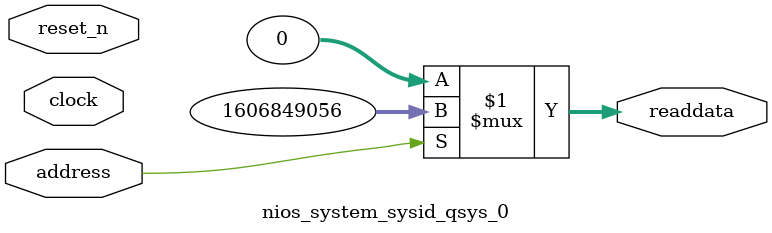
<source format=v>



// synthesis translate_off
`timescale 1ns / 1ps
// synthesis translate_on

// turn off superfluous verilog processor warnings 
// altera message_level Level1 
// altera message_off 10034 10035 10036 10037 10230 10240 10030 

module nios_system_sysid_qsys_0 (
               // inputs:
                address,
                clock,
                reset_n,

               // outputs:
                readdata
             )
;

  output  [ 31: 0] readdata;
  input            address;
  input            clock;
  input            reset_n;

  wire    [ 31: 0] readdata;
  //control_slave, which is an e_avalon_slave
  assign readdata = address ? 1606849056 : 0;

endmodule



</source>
